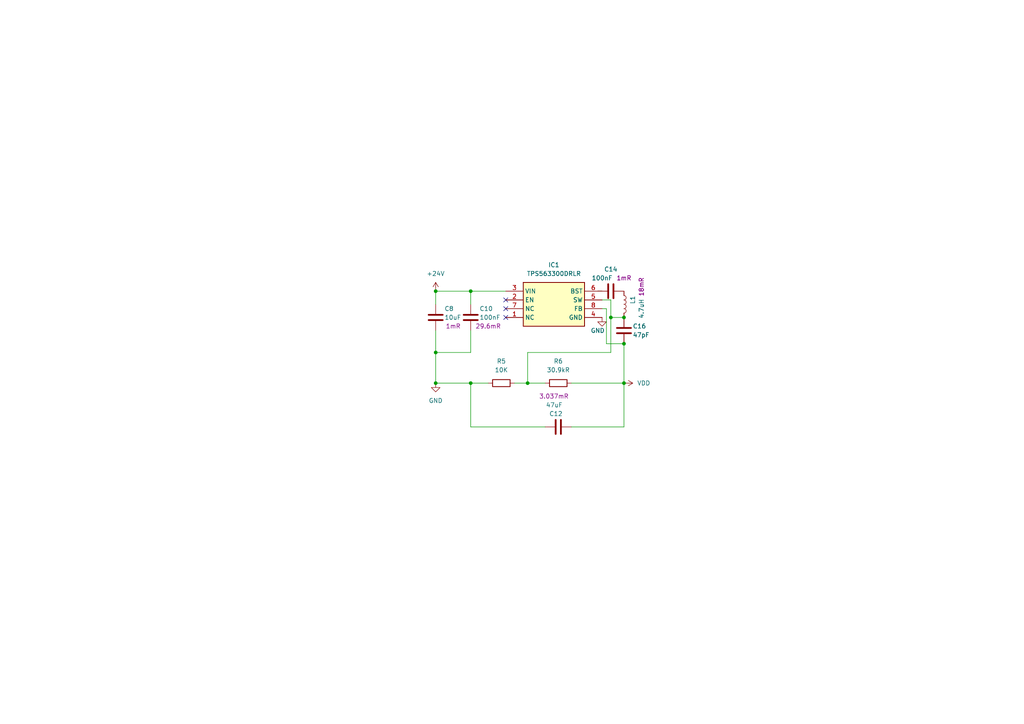
<source format=kicad_sch>
(kicad_sch (version 20230121) (generator eeschema)
  (paper "A4")
  (lib_symbols
    (symbol "Device:C" (pin_numbers hide) (pin_names (offset 0.254))
      (property "Reference" "C" (at 0.635 2.54 0))
      (property "Value" "C" (at 0.635 -2.54 0))
      (symbol "C_0_1"
        (polyline (pts (xy -2.032 -0.762) (xy 2.032 -0.762)) (stroke (width 0.508)))
        (polyline (pts (xy -2.032 0.762) (xy 2.032 0.762)) (stroke (width 0.508)))
      )
      (symbol "C_1_1"
        (pin passive line (at 0 3.81 270) (length 2.794) (name "~") (number "1"))
        (pin passive line (at 0 -3.81 90) (length 2.794) (name "~") (number "2"))
      )
    )
    (symbol "Device:L" (pin_numbers hide) (pin_names (offset 1.016) hide)
      (property "Reference" "L" (at -1.27 0 90))
      (property "Value" "L" (at 1.905 0 90))
      (symbol "L_0_1"
        (arc (start 0 -2.54) (mid 0.6323 -1.905) (end 0 -1.27))
        (arc (start 0 -1.27) (mid 0.6323 -0.635) (end 0 0))
        (arc (start 0 0) (mid 0.6323 0.635) (end 0 1.27))
        (arc (start 0 1.27) (mid 0.6323 1.905) (end 0 2.54))
      )
      (symbol "L_1_1"
        (pin passive line (at 0 3.81 270) (length 1.27) (name "1") (number "1"))
        (pin passive line (at 0 -3.81 90) (length 1.27) (name "2") (number "2"))
      )
    )
    (symbol "Device:R" (pin_numbers hide) (pin_names (offset 0))
      (property "Reference" "R" (at 2.032 0 90))
      (property "Value" "R" (at 0 0 90))
      (symbol "R_0_1"
        (rectangle (start -1.016 -2.54) (end 1.016 2.54) (stroke (width 0.254)))
      )
      (symbol "R_1_1"
        (pin passive line (at 0 3.81 270) (length 1.27) (name "~") (number "1"))
        (pin passive line (at 0 -3.81 90) (length 1.27) (name "~") (number "2"))
      )
    )
    (symbol "My_Library:TPS563300DRLR"
      (property "Reference" "IC" (at 24.13 7.62 0))
      (property "Value" "TPS563300DRLR" (at 24.13 5.08 0))
      (symbol "TPS563300DRLR_1_1"
        (rectangle (start 5.08 2.54) (end 22.86 -10.16) (stroke (width 0.254)) (fill (type background)))
        (pin passive line (at 0 -7.62 0) (length 5.08) (name "NC") (number "1"))
        (pin passive line (at 0 -2.54 0) (length 5.08) (name "EN") (number "2"))
        (pin passive line (at 0 0 0) (length 5.08) (name "VIN") (number "3"))
        (pin passive line (at 27.94 -7.62 180) (length 5.08) (name "GND") (number "4"))
        (pin passive line (at 27.94 -2.54 180) (length 5.08) (name "SW") (number "5"))
        (pin passive line (at 27.94 0 180) (length 5.08) (name "BST") (number "6"))
        (pin passive line (at 0 -5.08 0) (length 5.08) (name "NC") (number "7"))
        (pin passive line (at 27.94 -5.08 180) (length 5.08) (name "FB") (number "8"))
      )
    )
    (symbol "power:+24V" (power) (pin_names (offset 0))
      (property "Value" "+24V" (at 0 3.556 0))
      (symbol "+24V_0_1"
        (polyline (pts (xy -0.762 1.27) (xy 0 2.54)))
        (polyline (pts (xy 0 0) (xy 0 2.54)))
        (polyline (pts (xy 0 2.54) (xy 0.762 1.27)))
      )
      (symbol "+24V_1_1"
        (pin power_in line (at 0 0 90) (length 0) hide (name "+24V") (number "1"))
      )
    )
    (symbol "power:GND" (power) (pin_names (offset 0))
      (property "Value" "GND" (at 0 -3.81 0))
      (symbol "GND_0_1"
        (polyline (pts (xy 0 0) (xy 0 -1.27) (xy 1.27 -1.27) (xy 0 -2.54) (xy -1.27 -1.27) (xy 0 -1.27)))
      )
      (symbol "GND_1_1"
        (pin power_in line (at 0 0 270) (length 0) hide (name "GND") (number "1"))
      )
    )
    (symbol "power:VDD" (power) (pin_names (offset 0))
      (property "Value" "VDD" (at 0 3.81 0))
      (symbol "VDD_0_1"
        (polyline (pts (xy -0.762 1.27) (xy 0 2.54)))
        (polyline (pts (xy 0 0) (xy 0 2.54)))
        (polyline (pts (xy 0 2.54) (xy 0.762 1.27)))
      )
      (symbol "VDD_1_1"
        (pin power_in line (at 0 0 90) (length 0) hide (name "VDD") (number "1"))
      )
    )
  )
  (junction (at 126.365 84.455))
  (junction (at 180.975 111.125))
  (junction (at 177.165 92.075))
  (junction (at 136.525 84.455))
  (junction (at 136.525 111.125))
  (junction (at 153.035 111.125))
  (junction (at 180.975 92.075))
  (junction (at 126.365 111.125))
  (junction (at 126.365 102.235))
  (junction (at 180.975 99.695))
  (no_connect (at 146.685 86.995))
  (no_connect (at 146.685 89.535))
  (no_connect (at 146.685 92.075))
  (wire (pts (xy 165.735 123.825) (xy 180.975 123.825)))
  (wire (pts (xy 177.165 92.075) (xy 180.975 92.075)))
  (wire (pts (xy 158.115 123.825) (xy 136.525 123.825)))
  (wire (pts (xy 126.365 102.235) (xy 136.525 102.235)))
  (wire (pts (xy 174.625 84.455) (xy 173.355 84.455)))
  (wire (pts (xy 175.895 89.535) (xy 175.895 99.695)))
  (wire (pts (xy 177.165 86.995) (xy 177.165 92.075)))
  (wire (pts (xy 126.365 95.885) (xy 126.365 102.235)))
  (wire (pts (xy 126.365 84.455) (xy 126.365 88.265)))
  (wire (pts (xy 177.165 102.235) (xy 153.035 102.235)))
  (wire (pts (xy 177.165 92.075) (xy 177.165 102.235)))
  (wire (pts (xy 149.225 111.125) (xy 153.035 111.125)))
  (wire (pts (xy 180.975 111.125) (xy 165.735 111.125)))
  (wire (pts (xy 126.365 102.235) (xy 126.365 111.125)))
  (wire (pts (xy 126.365 84.455) (xy 136.525 84.455)))
  (wire (pts (xy 136.525 123.825) (xy 136.525 111.125)))
  (wire (pts (xy 174.625 89.535) (xy 175.895 89.535)))
  (wire (pts (xy 180.975 123.825) (xy 180.975 111.125)))
  (wire (pts (xy 174.625 86.995) (xy 177.165 86.995)))
  (wire (pts (xy 153.035 102.235) (xy 153.035 111.125)))
  (wire (pts (xy 136.525 95.885) (xy 136.525 102.235)))
  (wire (pts (xy 126.365 111.125) (xy 136.525 111.125)))
  (wire (pts (xy 175.895 99.695) (xy 180.975 99.695)))
  (wire (pts (xy 136.525 84.455) (xy 136.525 88.265)))
  (wire (pts (xy 153.035 111.125) (xy 158.115 111.125)))
  (wire (pts (xy 136.525 111.125) (xy 141.605 111.125)))
  (wire (pts (xy 180.975 99.695) (xy 180.975 111.125)))
  (wire (pts (xy 136.525 84.455) (xy 146.685 84.455)))
  (symbol (lib_id "Device:C") (at 136.525 92.075 0) (unit 1)
    (property "Reference" "C10" (at 139.065 89.535 0) (effects (justify left)))
    (property "Value" "100nF" (at 139.065 92.075 0) (effects (justify left)))
    (property "Footprint" "Capacitor_SMD:C_0603_1608Metric_Pad1.08x0.95mm_HandSolder" (effects hide))
    (property "ESR" "29.6mR" (at 141.605 94.615 0))
  )
  (symbol (lib_id "My_Library:TPS563300DRLR") (at 146.685 84.455 0) (unit 1)
    (property "Reference" "IC1" (at 160.655 76.835 0))
    (property "Value" "TPS563300DRLR" (at 160.655 79.375 0))
    (property "Footprint" "My_Footprints_Library:SOTFL50P160X60-8N" (effects hide))
    (property "Datasheet" "https://www.ti.com/lit/ds/symlink/tps563300.pdf?ts=1666035990155&ref_url=https%253A%252F%252Fwww.ti.com%252Fproduct%252FTPS563300" (effects hide))
    (property "Height" "0.6" (effects hide))
    (property "Mouser Part Number" "595-TPS563300DRLR" (effects hide))
    (property "Mouser Price/Stock" "https://www.mouser.co.uk/ProductDetail/Texas-Instruments/TPS563300DRLR?qs=vvQtp7zwQdMDxJAw0dSlAg%3D%3D" (effects hide))
    (property "Manufacturer_Name" "Texas Instruments" (effects hide))
    (property "Manufacturer_Part_Number" "TPS563300DRLR" (effects hide))
  )
  (symbol (lib_id "power:VDD") (at 180.975 111.125 270) (unit 1)
    (property "Reference" "#PWR017" (effects hide))
    (property "Value" "VDD" (at 184.785 111.125 90) (effects (justify left)))
  )
  (symbol (lib_id "Device:C") (at 126.365 92.075 0) (unit 1)
    (property "Reference" "C8" (at 128.905 89.535 0) (effects (justify left)))
    (property "Value" "10uF" (at 128.905 92.075 0) (effects (justify left)))
    (property "Footprint" "Capacitor_SMD:C_0603_1608Metric_Pad1.08x0.95mm_HandSolder" (effects hide))
    (property "ESR" "1mR" (at 131.445 94.615 0))
  )
  (symbol (lib_id "power:+24V") (at 126.365 84.455 0) (unit 1)
    (property "Reference" "#PWR010" (effects hide))
    (property "Value" "+24V" (at 126.365 79.375 0))
  )
  (symbol (lib_id "Device:C") (at 180.975 95.885 0) (unit 1)
    (property "Reference" "C16" (at 183.515 94.615 0) (effects (justify left)))
    (property "Value" "47pF" (at 183.515 97.155 0) (effects (justify left)))
    (property "Footprint" "Capacitor_SMD:C_0603_1608Metric_Pad1.08x0.95mm_HandSolder" (effects hide))
    (property "ESR" "0R" (effects hide))
  )
  (symbol (lib_id "Device:L") (at 180.975 88.265 0) (unit 1)
    (property "Reference" "L1" (at 183.515 86.995 90))
    (property "Value" "4.7uH" (at 186.055 89.535 90))
    (property "Footprint" "Inductor_SMD:L_0603_1608Metric_Pad1.05x0.95mm_HandSolder" (effects hide))
    (property "ESR" "18mR" (at 186.055 83.185 90))
  )
  (symbol (lib_id "Device:C") (at 161.925 123.825 90) (unit 1)
    (property "Reference" "C12" (at 163.195 120.015 90) (effects (justify left)))
    (property "Value" "47uF" (at 163.195 117.475 90) (effects (justify left)))
    (property "Footprint" "Capacitor_SMD:C_0603_1608Metric_Pad1.08x0.95mm_HandSolder" (effects hide))
    (property "ESR" "3.037mR" (at 160.655 114.935 90))
  )
  (symbol (lib_id "Device:R") (at 161.925 111.125 90) (unit 1)
    (property "Reference" "R6" (at 161.925 104.775 90))
    (property "Value" "30.9kR" (at 161.925 107.315 90))
    (property "Footprint" "Resistor_SMD:R_0603_1608Metric_Pad0.98x0.95mm_HandSolder" (effects hide))
  )
  (symbol (lib_id "Device:R") (at 145.415 111.125 90) (unit 1)
    (property "Reference" "R5" (at 145.415 104.775 90))
    (property "Value" "10K" (at 145.415 107.315 90))
    (property "Footprint" "Resistor_SMD:R_0603_1608Metric_Pad0.98x0.95mm_HandSolder" (effects hide))
  )
  (symbol (lib_id "power:GND") (at 126.365 111.125 0) (unit 1)
    (property "Reference" "#PWR011" (effects hide))
    (property "Value" "GND" (at 126.365 116.205 0))
  )
  (symbol (lib_id "power:GND") (at 174.625 92.075 0) (unit 1)
    (property "Reference" "#PWR015" (effects hide))
    (property "Value" "GND" (at 173.355 95.885 0))
  )
  (symbol (lib_id "Device:C") (at 177.165 84.455 90) (unit 1)
    (property "Reference" "C14" (at 177.165 78.105 90))
    (property "Value" "100nF" (at 174.625 80.645 90))
    (property "Footprint" "Capacitor_SMD:C_0603_1608Metric_Pad1.08x0.95mm_HandSolder" (effects hide))
    (property "ESR" "1mR" (at 180.975 80.645 90))
  )
)
</source>
